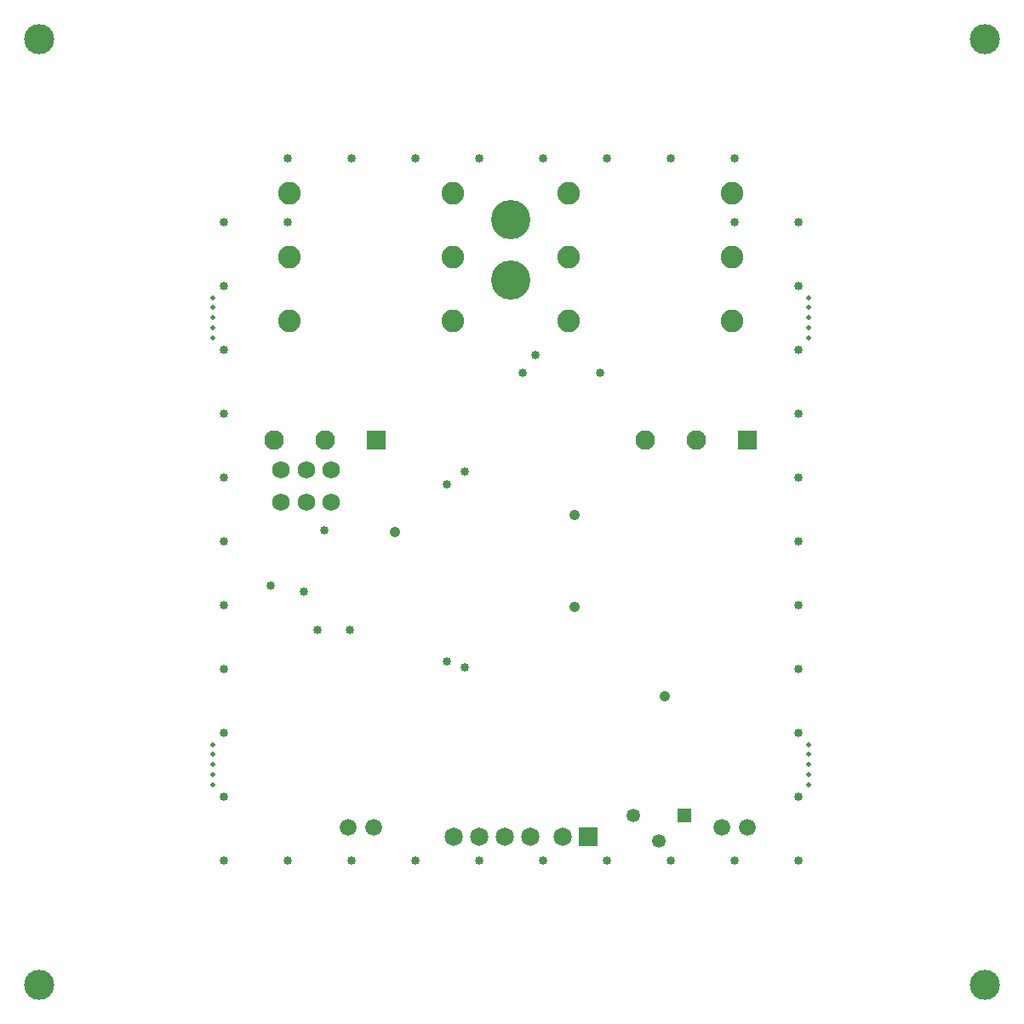
<source format=gbs>
G04*
G04 #@! TF.GenerationSoftware,Altium Limited,Altium Designer,19.0.15 (446)*
G04*
G04 Layer_Color=16711935*
%FSLAX25Y25*%
%MOIN*%
G70*
G01*
G75*
%ADD10C,0.11811*%
%ADD32C,0.01968*%
%ADD71C,0.07191*%
%ADD72C,0.06591*%
%ADD73C,0.05315*%
%ADD74R,0.05315X0.05315*%
%ADD75R,0.07191X0.07191*%
%ADD76C,0.06890*%
%ADD77R,0.07678X0.07678*%
%ADD78C,0.07678*%
%ADD79C,0.15355*%
%ADD80C,0.08859*%
%ADD81C,0.03347*%
%ADD82C,0.04091*%
D10*
X11811Y11811D02*
D03*
X381890D02*
D03*
Y381890D02*
D03*
X11811Y381890D02*
D03*
D32*
X312992Y105807D02*
D03*
Y101870D02*
D03*
Y97933D02*
D03*
Y90059D02*
D03*
Y93996D02*
D03*
X312992Y280807D02*
D03*
Y276870D02*
D03*
Y272933D02*
D03*
Y265059D02*
D03*
Y268996D02*
D03*
X79528Y105807D02*
D03*
Y101870D02*
D03*
Y97933D02*
D03*
Y90059D02*
D03*
Y93996D02*
D03*
X79626Y268996D02*
D03*
Y265059D02*
D03*
Y272933D02*
D03*
Y276870D02*
D03*
Y280807D02*
D03*
D71*
X204143Y69582D02*
D03*
X194143D02*
D03*
X174143D02*
D03*
X184143D02*
D03*
X216704Y69622D02*
D03*
D72*
X132851Y73362D02*
D03*
X142851D02*
D03*
X278953Y73362D02*
D03*
X288953D02*
D03*
D73*
X244517Y77890D02*
D03*
X254517Y67890D02*
D03*
D74*
X264517Y77890D02*
D03*
D75*
X226704Y69622D02*
D03*
D76*
X116191Y213323D02*
D03*
X126033D02*
D03*
X106348D02*
D03*
Y200724D02*
D03*
X126033D02*
D03*
X116191D02*
D03*
D77*
X289069Y225016D02*
D03*
X143569D02*
D03*
D78*
X269069D02*
D03*
X249068D02*
D03*
X123568D02*
D03*
X103568D02*
D03*
D79*
X196318Y311416D02*
D03*
Y287794D02*
D03*
D80*
X218980Y296616D02*
D03*
X282877D02*
D03*
X218980Y321616D02*
D03*
X282877D02*
D03*
X218980Y271616D02*
D03*
X282877D02*
D03*
X109760Y296616D02*
D03*
X173659D02*
D03*
X109760Y321616D02*
D03*
X173659D02*
D03*
X109760Y271616D02*
D03*
X173659D02*
D03*
D81*
X258869Y335516D02*
D03*
X108869Y60516D02*
D03*
X233869Y335516D02*
D03*
X83868Y85516D02*
D03*
Y235516D02*
D03*
Y160516D02*
D03*
Y135516D02*
D03*
X233869Y60516D02*
D03*
X83868Y285516D02*
D03*
X283869Y310516D02*
D03*
X308869Y135516D02*
D03*
X83868Y260516D02*
D03*
X308869Y160516D02*
D03*
Y235516D02*
D03*
X83868Y60516D02*
D03*
X208869D02*
D03*
X83868Y310516D02*
D03*
Y185516D02*
D03*
Y110516D02*
D03*
X108869Y335516D02*
D03*
X83868Y210516D02*
D03*
X308869Y85516D02*
D03*
Y185516D02*
D03*
Y210516D02*
D03*
Y260516D02*
D03*
X133869Y335516D02*
D03*
X208869D02*
D03*
X308869Y60516D02*
D03*
X183869D02*
D03*
X308869Y310516D02*
D03*
X183869Y335516D02*
D03*
X308869Y285516D02*
D03*
Y110516D02*
D03*
X283869Y60516D02*
D03*
X108869Y310516D02*
D03*
X133869Y60516D02*
D03*
X158869Y335516D02*
D03*
X258869Y60516D02*
D03*
X283869Y335516D02*
D03*
X158869Y60516D02*
D03*
X171309Y207658D02*
D03*
X178199Y136158D02*
D03*
X171309Y138323D02*
D03*
X178199Y212634D02*
D03*
X206040Y258205D02*
D03*
X231250Y251413D02*
D03*
X201132Y251315D02*
D03*
X123238Y189543D02*
D03*
X115206Y165839D02*
D03*
X102313Y168047D02*
D03*
X133257Y150829D02*
D03*
X120718D02*
D03*
D82*
X256643Y124642D02*
D03*
X221468Y159681D02*
D03*
Y195803D02*
D03*
X151033Y189012D02*
D03*
M02*

</source>
